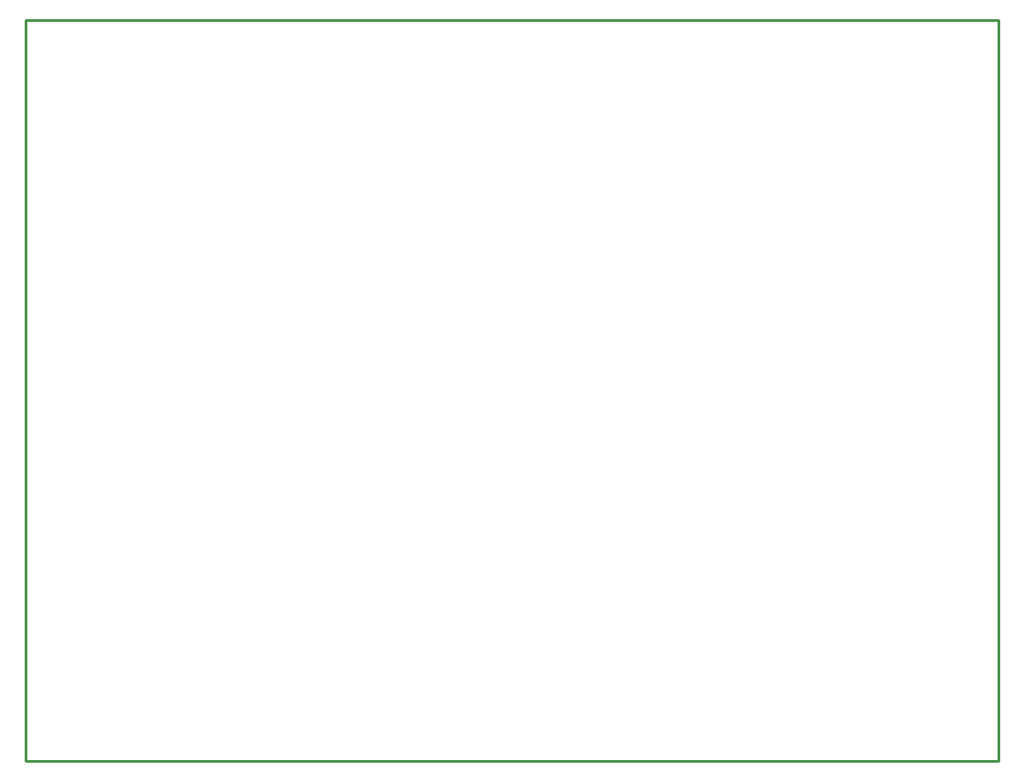
<source format=gm1>
G04*
G04 #@! TF.GenerationSoftware,Altium Limited,Altium Designer,24.2.2 (26)*
G04*
G04 Layer_Color=16711935*
%FSLAX25Y25*%
%MOIN*%
G70*
G04*
G04 #@! TF.SameCoordinates,5F3C5C40-F4FD-4A7E-B3CF-B0B929BE72FD*
G04*
G04*
G04 #@! TF.FilePolarity,Positive*
G04*
G01*
G75*
%ADD13C,0.01000*%
D13*
X0Y0D02*
X355000D01*
Y270700D01*
X0D02*
X355000D01*
X0Y0D02*
Y270700D01*
M02*

</source>
